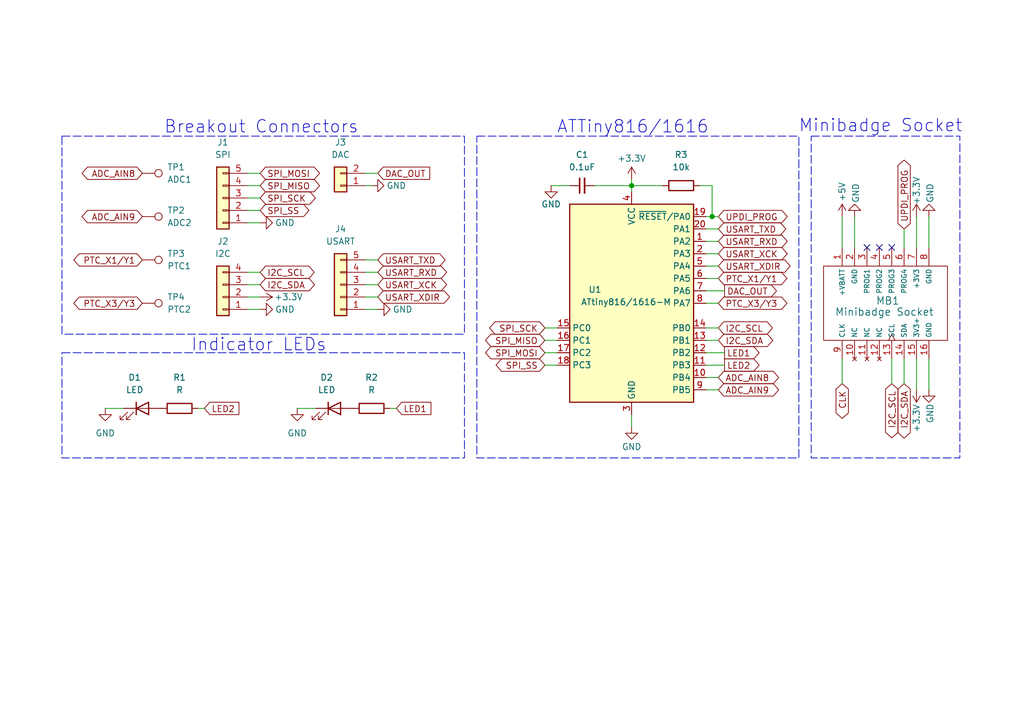
<source format=kicad_sch>
(kicad_sch (version 20231120) (generator "eeschema") (generator_version "8.0")
  (paper "A5")
  (title_block (title "ATTiny Minibadge Devboard") (rev "R2"))
  (lib_symbols
    (symbol "Connector:TestPoint" (pin_numbers hide) (pin_names (offset 0.762) hide)
      (property "Reference" "TP" (at 0 6.858 0))
      (property "Value" "TestPoint" (at 0 5.08 0))
      (symbol "TestPoint_0_1"
        (circle (center 0 3.302) (radius 0.762))
      )
      (symbol "TestPoint_1_1"
        (pin passive line (at 0 0 90) (length 2.54) (name "1") (number "1"))
      )
    )
    (symbol "Connector_Generic:Conn_01x02" (pin_names (offset 1.016) hide)
      (property "Reference" "J" (at 0 2.54 0))
      (property "Value" "Conn_01x02" (at 0 -5.08 0))
      (symbol "Conn_01x02_1_1"
        (rectangle (start -1.27 -2.413) (end 0 -2.667) (stroke (width 0.1524)))
        (rectangle (start -1.27 0.127) (end 0 -0.127) (stroke (width 0.1524)))
        (rectangle (start -1.27 1.27) (end 1.27 -3.81) (stroke (width 0.254)) (fill (type background)))
        (pin passive line (at -5.08 0 0) (length 3.81) (name "Pin_1") (number "1"))
        (pin passive line (at -5.08 -2.54 0) (length 3.81) (name "Pin_2") (number "2"))
      )
    )
    (symbol "Connector_Generic:Conn_01x04" (pin_names (offset 1.016) hide)
      (property "Reference" "J" (at 0 5.08 0))
      (property "Value" "Conn_01x04" (at 0 -7.62 0))
      (symbol "Conn_01x04_1_1"
        (rectangle (start -1.27 -4.953) (end 0 -5.207) (stroke (width 0.1524)))
        (rectangle (start -1.27 -2.413) (end 0 -2.667) (stroke (width 0.1524)))
        (rectangle (start -1.27 0.127) (end 0 -0.127) (stroke (width 0.1524)))
        (rectangle (start -1.27 2.667) (end 0 2.413) (stroke (width 0.1524)))
        (rectangle (start -1.27 3.81) (end 1.27 -6.35) (stroke (width 0.254)) (fill (type background)))
        (pin passive line (at -5.08 2.54 0) (length 3.81) (name "Pin_1") (number "1"))
        (pin passive line (at -5.08 0 0) (length 3.81) (name "Pin_2") (number "2"))
        (pin passive line (at -5.08 -2.54 0) (length 3.81) (name "Pin_3") (number "3"))
        (pin passive line (at -5.08 -5.08 0) (length 3.81) (name "Pin_4") (number "4"))
      )
    )
    (symbol "Connector_Generic:Conn_01x05" (pin_names (offset 1.016) hide)
      (property "Reference" "J" (at 0 7.62 0))
      (property "Value" "Conn_01x05" (at 0 -7.62 0))
      (symbol "Conn_01x05_1_1"
        (rectangle (start -1.27 -4.953) (end 0 -5.207) (stroke (width 0.1524)))
        (rectangle (start -1.27 -2.413) (end 0 -2.667) (stroke (width 0.1524)))
        (rectangle (start -1.27 0.127) (end 0 -0.127) (stroke (width 0.1524)))
        (rectangle (start -1.27 2.667) (end 0 2.413) (stroke (width 0.1524)))
        (rectangle (start -1.27 5.207) (end 0 4.953) (stroke (width 0.1524)))
        (rectangle (start -1.27 6.35) (end 1.27 -6.35) (stroke (width 0.254)) (fill (type background)))
        (pin passive line (at -5.08 5.08 0) (length 3.81) (name "Pin_1") (number "1"))
        (pin passive line (at -5.08 2.54 0) (length 3.81) (name "Pin_2") (number "2"))
        (pin passive line (at -5.08 0 0) (length 3.81) (name "Pin_3") (number "3"))
        (pin passive line (at -5.08 -2.54 0) (length 3.81) (name "Pin_4") (number "4"))
        (pin passive line (at -5.08 -5.08 0) (length 3.81) (name "Pin_5") (number "5"))
      )
    )
    (symbol "Device:C_Small" (pin_numbers hide) (pin_names (offset 0.254) hide)
      (property "Reference" "C" (at 0.254 1.778 0))
      (property "Value" "C_Small" (at 0.254 -2.032 0))
      (symbol "C_Small_0_1"
        (polyline (pts (xy -1.524 -0.508) (xy 1.524 -0.508)) (stroke (width 0.3302)))
        (polyline (pts (xy -1.524 0.508) (xy 1.524 0.508)) (stroke (width 0.3048)))
      )
      (symbol "C_Small_1_1"
        (pin passive line (at 0 2.54 270) (length 2.032) (name "~") (number "1"))
        (pin passive line (at 0 -2.54 90) (length 2.032) (name "~") (number "2"))
      )
    )
    (symbol "Device:LED" (pin_numbers hide) (pin_names (offset 1.016) hide)
      (property "Reference" "D" (at 0 2.54 0))
      (property "Value" "LED" (at 0 -2.54 0))
      (symbol "LED_0_1"
        (polyline (pts (xy -1.27 -1.27) (xy -1.27 1.27)) (stroke (width 0.254)))
        (polyline (pts (xy -1.27 0) (xy 1.27 0)))
        (polyline (pts (xy 1.27 -1.27) (xy 1.27 1.27) (xy -1.27 0) (xy 1.27 -1.27)) (stroke (width 0.254)))
        (polyline (pts (xy -3.048 -0.762) (xy -4.572 -2.286) (xy -3.81 -2.286) (xy -4.572 -2.286) (xy -4.572 -1.524)))
        (polyline (pts (xy -1.778 -0.762) (xy -3.302 -2.286) (xy -2.54 -2.286) (xy -3.302 -2.286) (xy -3.302 -1.524)))
      )
      (symbol "LED_1_1"
        (pin passive line (at -3.81 0 0) (length 2.54) (name "K") (number "1"))
        (pin passive line (at 3.81 0 180) (length 2.54) (name "A") (number "2"))
      )
    )
    (symbol "Device:R" (pin_numbers hide) (pin_names (offset 0))
      (property "Reference" "R" (at 2.032 0 90))
      (property "Value" "R" (at 0 0 90))
      (symbol "R_0_1"
        (rectangle (start -1.016 -2.54) (end 1.016 2.54) (stroke (width 0.254)))
      )
      (symbol "R_1_1"
        (pin passive line (at 0 3.81 270) (length 1.27) (name "~") (number "1"))
        (pin passive line (at 0 -3.81 90) (length 1.27) (name "~") (number "2"))
      )
    )
    (symbol "MCU_Microchip_ATtiny:ATtiny816-M"
      (property "Reference" "U" (at -12.7 21.59 0))
      (property "Value" "ATtiny816-M" (at 2.54 -21.59 0))
      (symbol "ATtiny816-M_0_1"
        (rectangle (start -12.7 -20.32) (end 12.7 20.32) (stroke (width 0.254)) (fill (type background)))
      )
      (symbol "ATtiny816-M_1_1"
        (pin bidirectional line (at 15.24 12.7 180) (length 2.54) (name "PA2") (number "1"))
        (pin bidirectional line (at 15.24 -15.24 180) (length 2.54) (name "PB4") (number "10"))
        (pin bidirectional line (at 15.24 -12.7 180) (length 2.54) (name "PB3") (number "11"))
        (pin bidirectional line (at 15.24 -10.16 180) (length 2.54) (name "PB2") (number "12"))
        (pin bidirectional line (at 15.24 -7.62 180) (length 2.54) (name "PB1") (number "13"))
        (pin bidirectional line (at 15.24 -5.08 180) (length 2.54) (name "PB0") (number "14"))
        (pin bidirectional line (at -15.24 -5.08 0) (length 2.54) (name "PC0") (number "15"))
        (pin bidirectional line (at -15.24 -7.62 0) (length 2.54) (name "PC1") (number "16"))
        (pin bidirectional line (at -15.24 -10.16 0) (length 2.54) (name "PC2") (number "17"))
        (pin bidirectional line (at -15.24 -12.7 0) (length 2.54) (name "PC3") (number "18"))
        (pin bidirectional line (at 15.24 17.78 180) (length 2.54) (name "~{RESET}/PA0") (number "19"))
        (pin bidirectional line (at 15.24 10.16 180) (length 2.54) (name "PA3") (number "2"))
        (pin bidirectional line (at 15.24 15.24 180) (length 2.54) (name "PA1") (number "20"))
        (pin passive line (at 0 -22.86 90) (length 2.54) hide (name "GND") (number "21"))
        (pin power_in line (at 0 -22.86 90) (length 2.54) (name "GND") (number "3"))
        (pin power_in line (at 0 22.86 270) (length 2.54) (name "VCC") (number "4"))
        (pin bidirectional line (at 15.24 7.62 180) (length 2.54) (name "PA4") (number "5"))
        (pin bidirectional line (at 15.24 5.08 180) (length 2.54) (name "PA5") (number "6"))
        (pin bidirectional line (at 15.24 2.54 180) (length 2.54) (name "PA6") (number "7"))
        (pin bidirectional line (at 15.24 0 180) (length 2.54) (name "PA7") (number "8"))
        (pin bidirectional line (at 15.24 -17.78 180) (length 2.54) (name "PB5") (number "9"))
      )
    )
    (symbol "MiniBadge:MiniBadge_Full"
      (property "Reference" "MB" (at 8.89 0 0))
      (property "Value" "MiniBadge_Full" (at -10.16 0 0))
      (symbol "MiniBadge_Full_0_1"
        (rectangle (start -12.7 7.62) (end 12.7 -7.62))
      )
      (symbol "MiniBadge_Full_1_1"
        (pin power_out line (at -8.89 11.43 270) (length 3.81) (name "+VBATT") (number "1"))
        (pin no_connect line (at -6.35 -11.43 90) (length 3.81) (name "NC") (number "10"))
        (pin no_connect line (at -3.81 -11.43 90) (length 3.81) (name "NC") (number "11"))
        (pin no_connect line (at -1.27 -11.43 90) (length 3.81) (name "NC") (number "12"))
        (pin bidirectional clock (at 1.27 -11.43 90) (length 3.81) (name "SCL") (number "13"))
        (pin output line (at 3.81 -11.43 90) (length 3.81) (name "SDA") (number "14"))
        (pin power_out line (at 6.35 -11.43 90) (length 3.81) (name "3V3+") (number "15"))
        (pin power_out line (at 8.89 -11.43 90) (length 3.81) (name "GND") (number "16"))
        (pin power_out line (at -6.35 11.43 270) (length 3.81) (name "GND") (number "2"))
        (pin bidirectional line (at -3.81 11.43 270) (length 3.81) (name "PROG1") (number "3"))
        (pin bidirectional line (at -1.27 11.43 270) (length 3.81) (name "PROG2") (number "4"))
        (pin bidirectional line (at 1.27 11.43 270) (length 3.81) (name "PROG3") (number "5"))
        (pin bidirectional line (at 3.81 11.43 270) (length 3.81) (name "PROG4") (number "6"))
        (pin power_out line (at 6.35 11.43 270) (length 3.81) (name "+3V3") (number "7"))
        (pin power_out line (at 8.89 11.43 270) (length 3.81) (name "GND") (number "8"))
        (pin output line (at -8.89 -11.43 90) (length 3.81) (name "CLK") (number "9"))
      )
    )
    (symbol "power:+3.3V" (power) (pin_numbers hide) (pin_names (offset 0) hide)
      (property "Value" "+3.3V" (at 0 3.556 0))
      (symbol "+3.3V_0_1"
        (polyline (pts (xy -0.762 1.27) (xy 0 2.54)))
        (polyline (pts (xy 0 0) (xy 0 2.54)))
        (polyline (pts (xy 0 2.54) (xy 0.762 1.27)))
      )
      (symbol "+3.3V_1_1"
        (pin power_in line (at 0 0 90) (length 0) (name "~") (number "1"))
      )
    )
    (symbol "power:+5V" (power) (pin_numbers hide) (pin_names (offset 0) hide)
      (property "Value" "+5V" (at 0 3.556 0))
      (symbol "+5V_0_1"
        (polyline (pts (xy -0.762 1.27) (xy 0 2.54)))
        (polyline (pts (xy 0 0) (xy 0 2.54)))
        (polyline (pts (xy 0 2.54) (xy 0.762 1.27)))
      )
      (symbol "+5V_1_1"
        (pin power_in line (at 0 0 90) (length 0) (name "~") (number "1"))
      )
    )
    (symbol "power:GND" (power) (pin_numbers hide) (pin_names (offset 0) hide)
      (property "Value" "GND" (at 0 -3.81 0))
      (symbol "GND_0_1"
        (polyline (pts (xy 0 0) (xy 0 -1.27) (xy 1.27 -1.27) (xy 0 -2.54) (xy -1.27 -1.27) (xy 0 -1.27)))
      )
      (symbol "GND_1_1"
        (pin power_in line (at 0 0 270) (length 0) (name "~") (number "1"))
      )
    )
  )
  (junction (at 146.05 44.45))
  (junction (at 129.54 38.1))
  (no_connect (at 177.8 50.8))
  (no_connect (at 182.88 50.8))
  (no_connect (at 180.34 50.8))
  (wire (pts (xy 144.78 69.85) (xy 147.32 69.85)))
  (wire (pts (xy 50.8 60.96) (xy 53.34 60.96)))
  (wire (pts (xy 185.42 73.66) (xy 185.42 78.74)))
  (wire (pts (xy 77.47 55.88) (xy 74.93 55.88)))
  (wire (pts (xy 53.34 43.18) (xy 50.8 43.18)))
  (wire (pts (xy 53.34 35.56) (xy 50.8 35.56)))
  (wire (pts (xy 172.72 44.45) (xy 172.72 50.8)))
  (wire (pts (xy 77.47 53.34) (xy 74.93 53.34)))
  (wire (pts (xy 147.32 77.47) (xy 144.78 77.47)))
  (wire (pts (xy 190.5 44.45) (xy 190.5 50.8)))
  (wire (pts (xy 187.96 44.45) (xy 187.96 50.8)))
  (wire (pts (xy 144.78 67.31) (xy 147.32 67.31)))
  (wire (pts (xy 146.05 38.1) (xy 146.05 44.45)))
  (wire (pts (xy 187.96 73.66) (xy 187.96 80.01)))
  (wire (pts (xy 121.92 38.1) (xy 129.54 38.1)))
  (wire (pts (xy 148.59 72.39) (xy 144.78 72.39)))
  (wire (pts (xy 129.54 38.1) (xy 129.54 39.37)))
  (wire (pts (xy 111.76 67.31) (xy 114.3 67.31)))
  (wire (pts (xy 144.78 54.61) (xy 147.32 54.61)))
  (wire (pts (xy 144.78 59.69) (xy 148.59 59.69)))
  (wire (pts (xy 129.54 87.63) (xy 129.54 85.09)))
  (wire (pts (xy 74.93 35.56) (xy 77.47 35.56)))
  (wire (pts (xy 147.32 80.01) (xy 144.78 80.01)))
  (wire (pts (xy 74.93 38.1) (xy 76.2 38.1)))
  (wire (pts (xy 50.8 58.42) (xy 53.34 58.42)))
  (wire (pts (xy 129.54 36.83) (xy 129.54 38.1)))
  (wire (pts (xy 53.34 38.1) (xy 50.8 38.1)))
  (wire (pts (xy 113.03 38.1) (xy 116.84 38.1)))
  (wire (pts (xy 148.59 74.93) (xy 144.78 74.93)))
  (wire (pts (xy 81.28 83.82) (xy 80.01 83.82)))
  (wire (pts (xy 190.5 73.66) (xy 190.5 80.01)))
  (wire (pts (xy 50.8 55.88) (xy 53.34 55.88)))
  (wire (pts (xy 77.47 60.96) (xy 74.93 60.96)))
  (wire (pts (xy 111.76 69.85) (xy 114.3 69.85)))
  (wire (pts (xy 144.78 49.53) (xy 147.32 49.53)))
  (wire (pts (xy 77.47 58.42) (xy 74.93 58.42)))
  (wire (pts (xy 147.32 57.15) (xy 144.78 57.15)))
  (wire (pts (xy 111.76 72.39) (xy 114.3 72.39)))
  (wire (pts (xy 41.91 83.82) (xy 40.64 83.82)))
  (wire (pts (xy 146.05 44.45) (xy 144.78 44.45)))
  (wire (pts (xy 185.42 46.99) (xy 185.42 50.8)))
  (wire (pts (xy 144.78 52.07) (xy 147.32 52.07)))
  (wire (pts (xy 146.05 44.45) (xy 147.32 44.45)))
  (wire (pts (xy 50.8 63.5) (xy 53.34 63.5)))
  (wire (pts (xy 53.34 40.64) (xy 50.8 40.64)))
  (wire (pts (xy 182.88 73.66) (xy 182.88 78.74)))
  (wire (pts (xy 60.96 83.82) (xy 64.77 83.82)))
  (wire (pts (xy 144.78 62.23) (xy 147.32 62.23)))
  (wire (pts (xy 143.51 38.1) (xy 146.05 38.1)))
  (wire (pts (xy 172.72 73.66) (xy 172.72 78.74)))
  (wire (pts (xy 21.59 83.82) (xy 25.4 83.82)))
  (wire (pts (xy 129.54 38.1) (xy 135.89 38.1)))
  (wire (pts (xy 53.34 45.72) (xy 50.8 45.72)))
  (wire (pts (xy 77.47 63.5) (xy 74.93 63.5)))
  (wire (pts (xy 111.76 74.93) (xy 114.3 74.93)))
  (wire (pts (xy 175.26 44.45) (xy 175.26 50.8)))
  (wire (pts (xy 144.78 46.99) (xy 147.32 46.99)))
  (rectangle (start 166.37 27.94) (end 196.85 93.98) (stroke (width 0) (type dash)))
  (rectangle (start 12.7 27.94) (end 95.25 68.58) (stroke (width 0) (type dash)))
  (rectangle (start 97.79 27.94) (end 163.83 93.98) (stroke (width 0) (type dash)))
  (rectangle (start 12.7 72.39) (end 95.25 93.98) (stroke (width 0) (type dash)))
  (text "Minibadge Socket" (at 180.594 25.908 0) (effects (font (size 2.54 2.54))))
  (text "ATTiny816/1616" (at 129.794 26.162 0) (effects (font (size 2.54 2.54))))
  (text "Breakout Connectors" (at 53.594 26.162 0) (effects (font (size 2.54 2.54))))
  (text "Indicator LEDs" (at 53.086 70.866 0) (effects (font (size 2.54 2.54))))
  (global_label "PTC_X1{slash}Y1" (shape bidirectional) (at 147.32 57.15 0) (property "Intersheetrefs" "${INTERSHEET_REFS}" (effects (hide yes))))
  (global_label "SPI_MISO" (shape bidirectional) (at 111.76 69.85 180) (property "Intersheetrefs" "${INTERSHEET_REFS}" (effects (hide yes))))
  (global_label "SPI_SCK" (shape bidirectional) (at 53.34 40.64 0) (property "Intersheetrefs" "${INTERSHEET_REFS}" (effects (hide yes))))
  (global_label "PTC_X3/Y3" (shape bidirectional) (at 29.21 62.23 180) (property "Intersheetrefs" "${INTERSHEET_REFS}" (effects (hide yes))))
  (global_label "I2C_SCL" (shape bidirectional) (at 53.34 55.88 0) (property "Intersheetrefs" "${INTERSHEET_REFS}" (effects (hide yes))))
  (global_label "SPI_MOSI" (shape bidirectional) (at 53.34 35.56 0) (property "Intersheetrefs" "${INTERSHEET_REFS}" (effects (hide yes))))
  (global_label "PTC_X1{slash}Y1" (shape bidirectional) (at 29.21 53.34 180) (property "Intersheetrefs" "${INTERSHEET_REFS}" (effects (hide yes))))
  (global_label "UPDI_PROG" (shape bidirectional) (at 185.42 46.99 90) (property "Intersheetrefs" "${INTERSHEET_REFS}" (effects (hide yes))))
  (global_label "SPI_SCK" (shape bidirectional) (at 111.76 67.31 180) (property "Intersheetrefs" "${INTERSHEET_REFS}" (effects (hide yes))))
  (global_label "ADC_AIN8" (shape bidirectional) (at 29.21 35.56 180) (property "Intersheetrefs" "${INTERSHEET_REFS}" (effects (hide yes))))
  (global_label "SPI_MOSI" (shape bidirectional) (at 111.76 72.39 180) (property "Intersheetrefs" "${INTERSHEET_REFS}" (effects (hide yes))))
  (global_label "LED1" (shape output) (at 148.59 72.39 0) (property "Intersheetrefs" "${INTERSHEET_REFS}" (effects (hide yes))))
  (global_label "LED1" (shape input) (at 81.28 83.82 0) (property "Intersheetrefs" "${INTERSHEET_REFS}" (effects (hide yes))))
  (global_label "USART_RXD" (shape bidirectional) (at 147.32 49.53 0) (property "Intersheetrefs" "${INTERSHEET_REFS}" (effects (hide yes))))
  (global_label "UPDI_PROG" (shape bidirectional) (at 147.32 44.45 0) (property "Intersheetrefs" "${INTERSHEET_REFS}" (effects (hide yes))))
  (global_label "USART_XDIR" (shape bidirectional) (at 147.32 54.61 0) (property "Intersheetrefs" "${INTERSHEET_REFS}" (effects (hide yes))))
  (global_label "USART_XCK" (shape bidirectional) (at 77.47 58.42 0) (property "Intersheetrefs" "${INTERSHEET_REFS}" (effects (hide yes))))
  (global_label "USART_TXD" (shape bidirectional) (at 147.32 46.99 0) (property "Intersheetrefs" "${INTERSHEET_REFS}" (effects (hide yes))))
  (global_label "CLK" (shape bidirectional) (at 172.72 78.74 270) (property "Intersheetrefs" "${INTERSHEET_REFS}" (effects (hide yes))))
  (global_label "ADC_AIN9" (shape bidirectional) (at 147.32 80.01 0) (property "Intersheetrefs" "${INTERSHEET_REFS}" (effects (hide yes))))
  (global_label "I2C_SCL" (shape bidirectional) (at 147.32 67.31 0) (property "Intersheetrefs" "${INTERSHEET_REFS}" (effects (hide yes))))
  (global_label "I2C_SDA" (shape bidirectional) (at 53.34 58.42 0) (property "Intersheetrefs" "${INTERSHEET_REFS}" (effects (hide yes))))
  (global_label "LED2" (shape output) (at 148.59 74.93 0) (property "Intersheetrefs" "${INTERSHEET_REFS}" (effects (hide yes))))
  (global_label "SPI_SS" (shape bidirectional) (at 53.34 43.18 0) (property "Intersheetrefs" "${INTERSHEET_REFS}" (effects (hide yes))))
  (global_label "USART_XCK" (shape bidirectional) (at 147.32 52.07 0) (property "Intersheetrefs" "${INTERSHEET_REFS}" (effects (hide yes))))
  (global_label "I2C_SDA" (shape bidirectional) (at 185.42 78.74 270) (property "Intersheetrefs" "${INTERSHEET_REFS}" (effects (hide yes))))
  (global_label "ADC_AIN8" (shape bidirectional) (at 147.32 77.47 0) (property "Intersheetrefs" "${INTERSHEET_REFS}" (effects (hide yes))))
  (global_label "LED2" (shape input) (at 41.91 83.82 0) (property "Intersheetrefs" "${INTERSHEET_REFS}" (effects (hide yes))))
  (global_label "SPI_MISO" (shape bidirectional) (at 53.34 38.1 0) (property "Intersheetrefs" "${INTERSHEET_REFS}" (effects (hide yes))))
  (global_label "PTC_X3/Y3" (shape bidirectional) (at 147.32 62.23 0) (property "Intersheetrefs" "${INTERSHEET_REFS}" (effects (hide yes))))
  (global_label "SPI_SS" (shape bidirectional) (at 111.76 74.93 180) (property "Intersheetrefs" "${INTERSHEET_REFS}" (effects (hide yes))))
  (global_label "DAC_OUT" (shape output) (at 148.59 59.69 0) (property "Intersheetrefs" "${INTERSHEET_REFS}" (effects (hide yes))))
  (global_label "USART_XDIR" (shape bidirectional) (at 77.47 60.96 0) (property "Intersheetrefs" "${INTERSHEET_REFS}" (effects (hide yes))))
  (global_label "DAC_OUT" (shape input) (at 77.47 35.56 0) (property "Intersheetrefs" "${INTERSHEET_REFS}" (effects (hide yes))))
  (global_label "ADC_AIN9" (shape bidirectional) (at 29.21 44.45 180) (property "Intersheetrefs" "${INTERSHEET_REFS}" (effects (hide yes))))
  (global_label "I2C_SDA" (shape bidirectional) (at 147.32 69.85 0) (property "Intersheetrefs" "${INTERSHEET_REFS}" (effects (hide yes))))
  (global_label "I2C_SCL" (shape bidirectional) (at 182.88 78.74 270) (property "Intersheetrefs" "${INTERSHEET_REFS}" (effects (hide yes))))
  (global_label "USART_RXD" (shape bidirectional) (at 77.47 55.88 0) (property "Intersheetrefs" "${INTERSHEET_REFS}" (effects (hide yes))))
  (global_label "USART_TXD" (shape bidirectional) (at 77.47 53.34 0) (property "Intersheetrefs" "${INTERSHEET_REFS}" (effects (hide yes))))
  (symbol (lib_id "Device:R") (at 139.7 38.1 90) (unit 1)
    (property "Reference" "R3" (at 139.7 31.75 90))
    (property "Value" "10k" (at 139.7 34.29 90))
    (property "Footprint" "Resistor_SMD:R_0603_1608Metric" (effects (hide yes)))
    (property "Description" "Resistor" (effects (hide yes)))
  )
  (symbol (lib_id "power:GND") (at 76.2 38.1 90) (unit 1)
    (property "Reference" "#PWR05" (effects (hide yes)))
    (property "Value" "GND" (at 79.248 38.1 90) (effects (justify right)))
    (property "Description" "Power symbol creates a global label with name \"GND\" , ground" (effects (hide yes)))
  )
  (symbol (lib_id "power:GND") (at 190.5 80.01 0) (unit 1)
    (property "Reference" "#PWR014" (effects (hide yes)))
    (property "Value" "GND" (at 190.754 84.836 90))
    (property "Description" "Power symbol creates a global label with name \"GND\" , ground" (effects (hide yes)))
  )
  (symbol (lib_id "Connector:TestPoint") (at 29.21 35.56 270) (unit 1)
    (property "Reference" "TP1" (at 34.29 34.2899 90) (effects (justify left)))
    (property "Value" "ADC1" (at 34.29 36.8299 90) (effects (justify left)))
    (property "Footprint" "TestPoint:TestPoint_Pad_D1.5mm" (effects (hide yes)))
    (property "Description" "test point" (effects (hide yes)))
  )
  (symbol (lib_id "power:+3.3V") (at 53.34 60.96 270) (unit 1)
    (property "Reference" "#PWR02" (effects (hide yes)))
    (property "Value" "+3.3V" (at 59.182 60.96 90))
    (property "Description" "Power symbol creates a global label with name \"+3.3V\"" (effects (hide yes)))
  )
  (symbol (lib_id "Connector_Generic:Conn_01x05") (at 69.85 58.42 180) (unit 1)
    (property "Reference" "J4" (at 69.85 46.99 0))
    (property "Value" "USART" (at 69.85 49.53 0))
    (property "Footprint" "Connector_PinHeader_2.54mm:PinHeader_1x05_P2.54mm_Vertical" (effects (hide yes)))
    (property "Description" "Generic connector, single row, 01x05, script generated (kicad-library-utils/schlib/autogen/connector/)" (effects (hide yes)))
  )
  (symbol (lib_id "power:GND") (at 53.34 63.5 90) (unit 1)
    (property "Reference" "#PWR03" (effects (hide yes)))
    (property "Value" "GND" (at 56.388 63.5 90) (effects (justify right)))
    (property "Description" "Power symbol creates a global label with name \"GND\" , ground" (effects (hide yes)))
  )
  (symbol (lib_id "Device:LED") (at 68.58 83.82 0) (unit 1)
    (property "Reference" "D2" (at 66.9925 77.47 0))
    (property "Value" "LED" (at 66.9925 80.01 0))
    (property "Footprint" "LED_SMD:LED_0603_1608Metric" (effects (hide yes)))
    (property "Description" "Light emitting diode" (effects (hide yes)))
  )
  (symbol (lib_id "Device:R") (at 76.2 83.82 90) (unit 1)
    (property "Reference" "R2" (at 76.2 77.47 90))
    (property "Value" "R" (at 76.2 80.01 90))
    (property "Footprint" "Resistor_SMD:R_0603_1608Metric" (effects (hide yes)))
    (property "Description" "Resistor" (effects (hide yes)))
  )
  (symbol (lib_id "Device:R") (at 36.83 83.82 90) (unit 1)
    (property "Reference" "R1" (at 36.83 77.47 90))
    (property "Value" "R" (at 36.83 80.01 90))
    (property "Footprint" "Resistor_SMD:R_0603_1608Metric" (effects (hide yes)))
    (property "Description" "Resistor" (effects (hide yes)))
  )
  (symbol (lib_id "power:GND") (at 60.96 83.82 0) (unit 1)
    (property "Reference" "#PWR04" (effects (hide yes)))
    (property "Value" "GND" (at 60.96 88.9 0))
    (property "Description" "Power symbol creates a global label with name \"GND\" , ground" (effects (hide yes)))
  )
  (symbol (lib_id "power:GND") (at 129.54 87.63 0) (unit 1)
    (property "Reference" "#PWR08" (effects (hide yes)))
    (property "Value" "GND" (at 129.54 91.694 0))
    (property "Description" "Power symbol creates a global label with name \"GND\" , ground" (effects (hide yes)))
  )
  (symbol (lib_id "power:+3.3V") (at 187.96 44.45 0) (unit 1)
    (property "Reference" "#PWR011" (effects (hide yes)))
    (property "Value" "+3.3V" (at 187.96 39.116 90))
    (property "Description" "Power symbol creates a global label with name \"+3.3V\"" (effects (hide yes)))
  )
  (symbol (lib_id "Device:LED") (at 29.21 83.82 0) (unit 1)
    (property "Reference" "D1" (at 27.6225 77.47 0))
    (property "Value" "LED" (at 27.6225 80.01 0))
    (property "Footprint" "LED_SMD:LED_0603_1608Metric" (effects (hide yes)))
    (property "Description" "Light emitting diode" (effects (hide yes)))
  )
  (symbol (lib_id "power:GND") (at 190.5 44.45 180) (unit 1)
    (property "Reference" "#PWR013" (effects (hide yes)))
    (property "Value" "GND" (at 190.754 39.624 90))
    (property "Description" "Power symbol creates a global label with name \"GND\" , ground" (effects (hide yes)))
  )
  (symbol (lib_id "power:GND") (at 113.03 38.1 0) (unit 1)
    (property "Reference" "#PWR06" (effects (hide yes)))
    (property "Value" "GND" (at 113.03 41.91 0))
    (property "Description" "Power symbol creates a global label with name \"GND\" , ground" (effects (hide yes)))
  )
  (symbol (lib_id "power:GND") (at 77.47 63.5 90) (unit 1)
    (property "Reference" "#PWR016" (effects (hide yes)))
    (property "Value" "GND" (at 80.518 63.5 90) (effects (justify right)))
    (property "Description" "Power symbol creates a global label with name \"GND\" , ground" (effects (hide yes)))
  )
  (symbol (lib_id "power:GND") (at 175.26 44.45 180) (unit 1)
    (property "Reference" "#PWR010" (effects (hide yes)))
    (property "Value" "GND" (at 175.514 39.624 90))
    (property "Description" "Power symbol creates a global label with name \"GND\" , ground" (effects (hide yes)))
  )
  (symbol (lib_id "power:GND") (at 53.34 45.72 90) (unit 1)
    (property "Reference" "#PWR015" (effects (hide yes)))
    (property "Value" "GND" (at 56.388 45.72 90) (effects (justify right)))
    (property "Description" "Power symbol creates a global label with name \"GND\" , ground" (effects (hide yes)))
  )
  (symbol (lib_id "power:+3.3V") (at 187.96 80.01 180) (unit 1)
    (property "Reference" "#PWR012" (effects (hide yes)))
    (property "Value" "+3.3V" (at 187.96 85.852 90))
    (property "Description" "Power symbol creates a global label with name \"+3.3V\"" (effects (hide yes)))
  )
  (symbol (lib_id "power:+5V") (at 172.72 44.45 0) (unit 1)
    (property "Reference" "#PWR09" (effects (hide yes)))
    (property "Value" "+5V" (at 172.72 39.37 90))
    (property "Description" "Power symbol creates a global label with name \"+5V\"" (effects (hide yes)))
  )
  (symbol (lib_id "Connector:TestPoint") (at 29.21 62.23 270) (unit 1)
    (property "Reference" "TP4" (at 34.29 60.9599 90) (effects (justify left)))
    (property "Value" "PTC2" (at 34.29 63.4999 90) (effects (justify left)))
    (property "Footprint" "TestPoint:TestPoint_Pad_D1.5mm" (effects (hide yes)))
    (property "Description" "test point" (effects (hide yes)))
  )
  (symbol (lib_id "Connector_Generic:Conn_01x02") (at 69.85 38.1 180) (unit 1)
    (property "Reference" "J3" (at 69.85 29.21 0))
    (property "Value" "DAC" (at 69.85 31.75 0))
    (property "Footprint" "Connector_PinHeader_2.54mm:PinHeader_1x02_P2.54mm_Vertical" (effects (hide yes)))
    (property "Description" "Generic connector, single row, 01x02, script generated (kicad-library-utils/schlib/autogen/connector/)" (effects (hide yes)))
  )
  (symbol (lib_id "power:+3.3V") (at 129.54 36.83 0) (unit 1)
    (property "Reference" "#PWR07" (effects (hide yes)))
    (property "Value" "+3.3V" (at 129.54 32.512 0))
    (property "Description" "Power symbol creates a global label with name \"+3.3V\"" (effects (hide yes)))
  )
  (symbol (lib_id "Connector:TestPoint") (at 29.21 44.45 270) (unit 1)
    (property "Reference" "TP2" (at 34.29 43.1799 90) (effects (justify left)))
    (property "Value" "ADC2" (at 34.29 45.7199 90) (effects (justify left)))
    (property "Footprint" "TestPoint:TestPoint_Pad_D1.5mm" (effects (hide yes)))
    (property "Description" "test point" (effects (hide yes)))
  )
  (symbol (lib_id "MiniBadge:MiniBadge_Full") (at 181.61 62.23 0) (unit 1) (in_bom no)
    (property "Reference" "MB1" (at 179.578 61.722 0) (effects (font (size 1.524 1.524)) (justify left)))
    (property "Value" "Minibadge Socket" (at 171.196 64.008 0) (effects (font (size 1.524 1.524)) (justify left)))
    (property "Footprint" "MiniBadge:MiniBadge_Full" (effects (hide yes)))
  )
  (symbol (lib_id "Connector_Generic:Conn_01x05") (at 45.72 40.64 180) (unit 1)
    (property "Reference" "J1" (at 45.72 29.21 0))
    (property "Value" "SPI" (at 45.72 31.75 0))
    (property "Footprint" "Connector_PinHeader_2.54mm:PinHeader_1x05_P2.54mm_Vertical" (effects (hide yes)))
    (property "Description" "Generic connector, single row, 01x05, script generated (kicad-library-utils/schlib/autogen/connector/)" (effects (hide yes)))
  )
  (symbol (lib_id "power:GND") (at 21.59 83.82 0) (unit 1)
    (property "Reference" "#PWR01" (effects (hide yes)))
    (property "Value" "GND" (at 21.59 88.9 0))
    (property "Description" "Power symbol creates a global label with name \"GND\" , ground" (effects (hide yes)))
  )
  (symbol (lib_id "Connector:TestPoint") (at 29.21 53.34 270) (unit 1)
    (property "Reference" "TP3" (at 34.29 52.0699 90) (effects (justify left)))
    (property "Value" "PTC1" (at 34.29 54.6099 90) (effects (justify left)))
    (property "Footprint" "TestPoint:TestPoint_Pad_D1.5mm" (effects (hide yes)))
    (property "Description" "test point" (effects (hide yes)))
  )
  (symbol (lib_id "Device:C_Small") (at 119.38 38.1 90) (unit 1)
    (property "Reference" "C1" (at 119.3863 31.75 90))
    (property "Value" "0.1uF" (at 119.3863 34.29 90))
    (property "Footprint" "Capacitor_SMD:C_0603_1608Metric" (effects (hide yes)))
    (property "Description" "Unpolarized capacitor, small symbol" (effects (hide yes)))
  )
  (symbol (lib_id "Connector_Generic:Conn_01x04") (at 45.72 60.96 180) (unit 1)
    (property "Reference" "J2" (at 45.72 49.53 0))
    (property "Value" "I2C" (at 45.72 52.07 0))
    (property "Footprint" "Connector_PinHeader_2.54mm:PinHeader_1x04_P2.54mm_Vertical" (effects (hide yes)))
    (property "Description" "Generic connector, single row, 01x04, script generated (kicad-library-utils/schlib/autogen/connector/)" (effects (hide yes)))
  )
  (symbol (lib_id "MCU_Microchip_ATtiny:ATtiny816-M") (at 129.54 62.23 0) (unit 1)
    (property "Reference" "U1" (at 120.65 59.436 0) (effects (justify left)))
    (property "Value" "ATtiny816/1616-M" (at 119.126 61.976 0) (effects (justify left)))
    (property "Footprint" "Package_DFN_QFN:VQFN-20-1EP_3x3mm_P0.4mm_EP1.7x1.7mm" (effects (hide yes)))
    (property "Datasheet" "http://ww1.microchip.com/downloads/en/DeviceDoc/40001913A.pdf" (effects (hide yes)))
    (property "Description" "20MHz, 8kB Flash, 512B SRAM, 128B EEPROM, VQFN-20" (effects (hide yes)))
  )
)
</source>
